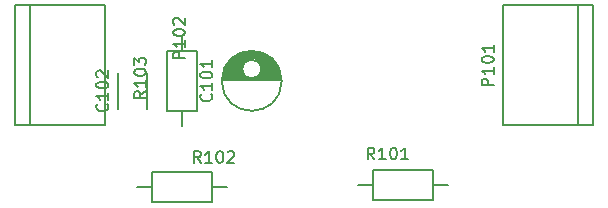
<source format=gbr>
G04 #@! TF.FileFunction,Legend,Top*
%FSLAX46Y46*%
G04 Gerber Fmt 4.6, Leading zero omitted, Abs format (unit mm)*
G04 Created by KiCad (PCBNEW 4.0.2+dfsg1-stable) date sáb 03 jun 2017 08:22:58 CEST*
%MOMM*%
G01*
G04 APERTURE LIST*
%ADD10C,0.100000*%
%ADD11C,0.150000*%
G04 APERTURE END LIST*
D10*
D11*
X118301000Y-100125000D02*
X123299000Y-100125000D01*
X118309000Y-99985000D02*
X120646000Y-99985000D01*
X120954000Y-99985000D02*
X123291000Y-99985000D01*
X118325000Y-99845000D02*
X120327000Y-99845000D01*
X121273000Y-99845000D02*
X123275000Y-99845000D01*
X118349000Y-99705000D02*
X120180000Y-99705000D01*
X121420000Y-99705000D02*
X123251000Y-99705000D01*
X118382000Y-99565000D02*
X120088000Y-99565000D01*
X121512000Y-99565000D02*
X123218000Y-99565000D01*
X118423000Y-99425000D02*
X120032000Y-99425000D01*
X121568000Y-99425000D02*
X123177000Y-99425000D01*
X118473000Y-99285000D02*
X120005000Y-99285000D01*
X121595000Y-99285000D02*
X123127000Y-99285000D01*
X118534000Y-99145000D02*
X120002000Y-99145000D01*
X121598000Y-99145000D02*
X123066000Y-99145000D01*
X118604000Y-99005000D02*
X120024000Y-99005000D01*
X121576000Y-99005000D02*
X122996000Y-99005000D01*
X118686000Y-98865000D02*
X120074000Y-98865000D01*
X121526000Y-98865000D02*
X122914000Y-98865000D01*
X118781000Y-98725000D02*
X120156000Y-98725000D01*
X121444000Y-98725000D02*
X122819000Y-98725000D01*
X118892000Y-98585000D02*
X120288000Y-98585000D01*
X121312000Y-98585000D02*
X122708000Y-98585000D01*
X119020000Y-98445000D02*
X120535000Y-98445000D01*
X121065000Y-98445000D02*
X122580000Y-98445000D01*
X119169000Y-98305000D02*
X122431000Y-98305000D01*
X119348000Y-98165000D02*
X122252000Y-98165000D01*
X119567000Y-98025000D02*
X122033000Y-98025000D01*
X119856000Y-97885000D02*
X121744000Y-97885000D01*
X120328000Y-97745000D02*
X121272000Y-97745000D01*
X121600000Y-99200000D02*
G75*
G03X121600000Y-99200000I-800000J0D01*
G01*
X123337500Y-100200000D02*
G75*
G03X123337500Y-100200000I-2537500J0D01*
G01*
X148440000Y-93820000D02*
X148440000Y-103980000D01*
X149710000Y-93820000D02*
X142090000Y-93820000D01*
X142090000Y-93820000D02*
X142090000Y-103980000D01*
X142090000Y-103980000D02*
X149710000Y-103980000D01*
X149710000Y-103980000D02*
X149710000Y-93820000D01*
X102060000Y-103980000D02*
X102060000Y-93820000D01*
X100790000Y-103980000D02*
X108410000Y-103980000D01*
X108410000Y-103980000D02*
X108410000Y-93820000D01*
X108410000Y-93820000D02*
X100790000Y-93820000D01*
X100790000Y-93820000D02*
X100790000Y-103980000D01*
X136160000Y-110270000D02*
X131080000Y-110270000D01*
X131080000Y-110270000D02*
X131080000Y-107730000D01*
X131080000Y-107730000D02*
X136160000Y-107730000D01*
X136160000Y-107730000D02*
X136160000Y-110270000D01*
X136160000Y-109000000D02*
X137430000Y-109000000D01*
X131080000Y-109000000D02*
X129810000Y-109000000D01*
X117460000Y-110470000D02*
X112380000Y-110470000D01*
X112380000Y-110470000D02*
X112380000Y-107930000D01*
X112380000Y-107930000D02*
X117460000Y-107930000D01*
X117460000Y-107930000D02*
X117460000Y-110470000D01*
X117460000Y-109200000D02*
X118730000Y-109200000D01*
X112380000Y-109200000D02*
X111110000Y-109200000D01*
X113630000Y-102760000D02*
X113630000Y-97680000D01*
X113630000Y-97680000D02*
X116170000Y-97680000D01*
X116170000Y-97680000D02*
X116170000Y-102760000D01*
X116170000Y-102760000D02*
X113630000Y-102760000D01*
X114900000Y-102760000D02*
X114900000Y-104030000D01*
X114900000Y-97680000D02*
X114900000Y-96410000D01*
X109450000Y-102550000D02*
X109450000Y-99550000D01*
X111950000Y-99550000D02*
X111950000Y-102550000D01*
X117357143Y-101319047D02*
X117404762Y-101366666D01*
X117452381Y-101509523D01*
X117452381Y-101604761D01*
X117404762Y-101747619D01*
X117309524Y-101842857D01*
X117214286Y-101890476D01*
X117023810Y-101938095D01*
X116880952Y-101938095D01*
X116690476Y-101890476D01*
X116595238Y-101842857D01*
X116500000Y-101747619D01*
X116452381Y-101604761D01*
X116452381Y-101509523D01*
X116500000Y-101366666D01*
X116547619Y-101319047D01*
X117452381Y-100366666D02*
X117452381Y-100938095D01*
X117452381Y-100652381D02*
X116452381Y-100652381D01*
X116595238Y-100747619D01*
X116690476Y-100842857D01*
X116738095Y-100938095D01*
X116452381Y-99747619D02*
X116452381Y-99652380D01*
X116500000Y-99557142D01*
X116547619Y-99509523D01*
X116642857Y-99461904D01*
X116833333Y-99414285D01*
X117071429Y-99414285D01*
X117261905Y-99461904D01*
X117357143Y-99509523D01*
X117404762Y-99557142D01*
X117452381Y-99652380D01*
X117452381Y-99747619D01*
X117404762Y-99842857D01*
X117357143Y-99890476D01*
X117261905Y-99938095D01*
X117071429Y-99985714D01*
X116833333Y-99985714D01*
X116642857Y-99938095D01*
X116547619Y-99890476D01*
X116500000Y-99842857D01*
X116452381Y-99747619D01*
X117452381Y-98461904D02*
X117452381Y-99033333D01*
X117452381Y-98747619D02*
X116452381Y-98747619D01*
X116595238Y-98842857D01*
X116690476Y-98938095D01*
X116738095Y-99033333D01*
X141272381Y-100590476D02*
X140272381Y-100590476D01*
X140272381Y-100209523D01*
X140320000Y-100114285D01*
X140367619Y-100066666D01*
X140462857Y-100019047D01*
X140605714Y-100019047D01*
X140700952Y-100066666D01*
X140748571Y-100114285D01*
X140796190Y-100209523D01*
X140796190Y-100590476D01*
X141272381Y-99066666D02*
X141272381Y-99638095D01*
X141272381Y-99352381D02*
X140272381Y-99352381D01*
X140415238Y-99447619D01*
X140510476Y-99542857D01*
X140558095Y-99638095D01*
X140272381Y-98447619D02*
X140272381Y-98352380D01*
X140320000Y-98257142D01*
X140367619Y-98209523D01*
X140462857Y-98161904D01*
X140653333Y-98114285D01*
X140891429Y-98114285D01*
X141081905Y-98161904D01*
X141177143Y-98209523D01*
X141224762Y-98257142D01*
X141272381Y-98352380D01*
X141272381Y-98447619D01*
X141224762Y-98542857D01*
X141177143Y-98590476D01*
X141081905Y-98638095D01*
X140891429Y-98685714D01*
X140653333Y-98685714D01*
X140462857Y-98638095D01*
X140367619Y-98590476D01*
X140320000Y-98542857D01*
X140272381Y-98447619D01*
X141272381Y-97161904D02*
X141272381Y-97733333D01*
X141272381Y-97447619D02*
X140272381Y-97447619D01*
X140415238Y-97542857D01*
X140510476Y-97638095D01*
X140558095Y-97733333D01*
X115152381Y-98290476D02*
X114152381Y-98290476D01*
X114152381Y-97909523D01*
X114200000Y-97814285D01*
X114247619Y-97766666D01*
X114342857Y-97719047D01*
X114485714Y-97719047D01*
X114580952Y-97766666D01*
X114628571Y-97814285D01*
X114676190Y-97909523D01*
X114676190Y-98290476D01*
X115152381Y-96766666D02*
X115152381Y-97338095D01*
X115152381Y-97052381D02*
X114152381Y-97052381D01*
X114295238Y-97147619D01*
X114390476Y-97242857D01*
X114438095Y-97338095D01*
X114152381Y-96147619D02*
X114152381Y-96052380D01*
X114200000Y-95957142D01*
X114247619Y-95909523D01*
X114342857Y-95861904D01*
X114533333Y-95814285D01*
X114771429Y-95814285D01*
X114961905Y-95861904D01*
X115057143Y-95909523D01*
X115104762Y-95957142D01*
X115152381Y-96052380D01*
X115152381Y-96147619D01*
X115104762Y-96242857D01*
X115057143Y-96290476D01*
X114961905Y-96338095D01*
X114771429Y-96385714D01*
X114533333Y-96385714D01*
X114342857Y-96338095D01*
X114247619Y-96290476D01*
X114200000Y-96242857D01*
X114152381Y-96147619D01*
X114247619Y-95433333D02*
X114200000Y-95385714D01*
X114152381Y-95290476D01*
X114152381Y-95052380D01*
X114200000Y-94957142D01*
X114247619Y-94909523D01*
X114342857Y-94861904D01*
X114438095Y-94861904D01*
X114580952Y-94909523D01*
X115152381Y-95480952D01*
X115152381Y-94861904D01*
X131180953Y-106852381D02*
X130847619Y-106376190D01*
X130609524Y-106852381D02*
X130609524Y-105852381D01*
X130990477Y-105852381D01*
X131085715Y-105900000D01*
X131133334Y-105947619D01*
X131180953Y-106042857D01*
X131180953Y-106185714D01*
X131133334Y-106280952D01*
X131085715Y-106328571D01*
X130990477Y-106376190D01*
X130609524Y-106376190D01*
X132133334Y-106852381D02*
X131561905Y-106852381D01*
X131847619Y-106852381D02*
X131847619Y-105852381D01*
X131752381Y-105995238D01*
X131657143Y-106090476D01*
X131561905Y-106138095D01*
X132752381Y-105852381D02*
X132847620Y-105852381D01*
X132942858Y-105900000D01*
X132990477Y-105947619D01*
X133038096Y-106042857D01*
X133085715Y-106233333D01*
X133085715Y-106471429D01*
X133038096Y-106661905D01*
X132990477Y-106757143D01*
X132942858Y-106804762D01*
X132847620Y-106852381D01*
X132752381Y-106852381D01*
X132657143Y-106804762D01*
X132609524Y-106757143D01*
X132561905Y-106661905D01*
X132514286Y-106471429D01*
X132514286Y-106233333D01*
X132561905Y-106042857D01*
X132609524Y-105947619D01*
X132657143Y-105900000D01*
X132752381Y-105852381D01*
X134038096Y-106852381D02*
X133466667Y-106852381D01*
X133752381Y-106852381D02*
X133752381Y-105852381D01*
X133657143Y-105995238D01*
X133561905Y-106090476D01*
X133466667Y-106138095D01*
X116480953Y-107152381D02*
X116147619Y-106676190D01*
X115909524Y-107152381D02*
X115909524Y-106152381D01*
X116290477Y-106152381D01*
X116385715Y-106200000D01*
X116433334Y-106247619D01*
X116480953Y-106342857D01*
X116480953Y-106485714D01*
X116433334Y-106580952D01*
X116385715Y-106628571D01*
X116290477Y-106676190D01*
X115909524Y-106676190D01*
X117433334Y-107152381D02*
X116861905Y-107152381D01*
X117147619Y-107152381D02*
X117147619Y-106152381D01*
X117052381Y-106295238D01*
X116957143Y-106390476D01*
X116861905Y-106438095D01*
X118052381Y-106152381D02*
X118147620Y-106152381D01*
X118242858Y-106200000D01*
X118290477Y-106247619D01*
X118338096Y-106342857D01*
X118385715Y-106533333D01*
X118385715Y-106771429D01*
X118338096Y-106961905D01*
X118290477Y-107057143D01*
X118242858Y-107104762D01*
X118147620Y-107152381D01*
X118052381Y-107152381D01*
X117957143Y-107104762D01*
X117909524Y-107057143D01*
X117861905Y-106961905D01*
X117814286Y-106771429D01*
X117814286Y-106533333D01*
X117861905Y-106342857D01*
X117909524Y-106247619D01*
X117957143Y-106200000D01*
X118052381Y-106152381D01*
X118766667Y-106247619D02*
X118814286Y-106200000D01*
X118909524Y-106152381D01*
X119147620Y-106152381D01*
X119242858Y-106200000D01*
X119290477Y-106247619D01*
X119338096Y-106342857D01*
X119338096Y-106438095D01*
X119290477Y-106580952D01*
X118719048Y-107152381D01*
X119338096Y-107152381D01*
X111852261Y-101090127D02*
X111376070Y-101423461D01*
X111852261Y-101661556D02*
X110852261Y-101661556D01*
X110852261Y-101280603D01*
X110899880Y-101185365D01*
X110947499Y-101137746D01*
X111042737Y-101090127D01*
X111185594Y-101090127D01*
X111280832Y-101137746D01*
X111328451Y-101185365D01*
X111376070Y-101280603D01*
X111376070Y-101661556D01*
X111852261Y-100137746D02*
X111852261Y-100709175D01*
X111852261Y-100423461D02*
X110852261Y-100423461D01*
X110995118Y-100518699D01*
X111090356Y-100613937D01*
X111137975Y-100709175D01*
X110852261Y-99518699D02*
X110852261Y-99423460D01*
X110899880Y-99328222D01*
X110947499Y-99280603D01*
X111042737Y-99232984D01*
X111233213Y-99185365D01*
X111471309Y-99185365D01*
X111661785Y-99232984D01*
X111757023Y-99280603D01*
X111804642Y-99328222D01*
X111852261Y-99423460D01*
X111852261Y-99518699D01*
X111804642Y-99613937D01*
X111757023Y-99661556D01*
X111661785Y-99709175D01*
X111471309Y-99756794D01*
X111233213Y-99756794D01*
X111042737Y-99709175D01*
X110947499Y-99661556D01*
X110899880Y-99613937D01*
X110852261Y-99518699D01*
X110852261Y-98852032D02*
X110852261Y-98232984D01*
X111233213Y-98566318D01*
X111233213Y-98423460D01*
X111280832Y-98328222D01*
X111328451Y-98280603D01*
X111423690Y-98232984D01*
X111661785Y-98232984D01*
X111757023Y-98280603D01*
X111804642Y-98328222D01*
X111852261Y-98423460D01*
X111852261Y-98709175D01*
X111804642Y-98804413D01*
X111757023Y-98852032D01*
X108557143Y-102169047D02*
X108604762Y-102216666D01*
X108652381Y-102359523D01*
X108652381Y-102454761D01*
X108604762Y-102597619D01*
X108509524Y-102692857D01*
X108414286Y-102740476D01*
X108223810Y-102788095D01*
X108080952Y-102788095D01*
X107890476Y-102740476D01*
X107795238Y-102692857D01*
X107700000Y-102597619D01*
X107652381Y-102454761D01*
X107652381Y-102359523D01*
X107700000Y-102216666D01*
X107747619Y-102169047D01*
X108652381Y-101216666D02*
X108652381Y-101788095D01*
X108652381Y-101502381D02*
X107652381Y-101502381D01*
X107795238Y-101597619D01*
X107890476Y-101692857D01*
X107938095Y-101788095D01*
X107652381Y-100597619D02*
X107652381Y-100502380D01*
X107700000Y-100407142D01*
X107747619Y-100359523D01*
X107842857Y-100311904D01*
X108033333Y-100264285D01*
X108271429Y-100264285D01*
X108461905Y-100311904D01*
X108557143Y-100359523D01*
X108604762Y-100407142D01*
X108652381Y-100502380D01*
X108652381Y-100597619D01*
X108604762Y-100692857D01*
X108557143Y-100740476D01*
X108461905Y-100788095D01*
X108271429Y-100835714D01*
X108033333Y-100835714D01*
X107842857Y-100788095D01*
X107747619Y-100740476D01*
X107700000Y-100692857D01*
X107652381Y-100597619D01*
X107747619Y-99883333D02*
X107700000Y-99835714D01*
X107652381Y-99740476D01*
X107652381Y-99502380D01*
X107700000Y-99407142D01*
X107747619Y-99359523D01*
X107842857Y-99311904D01*
X107938095Y-99311904D01*
X108080952Y-99359523D01*
X108652381Y-99930952D01*
X108652381Y-99311904D01*
M02*

</source>
